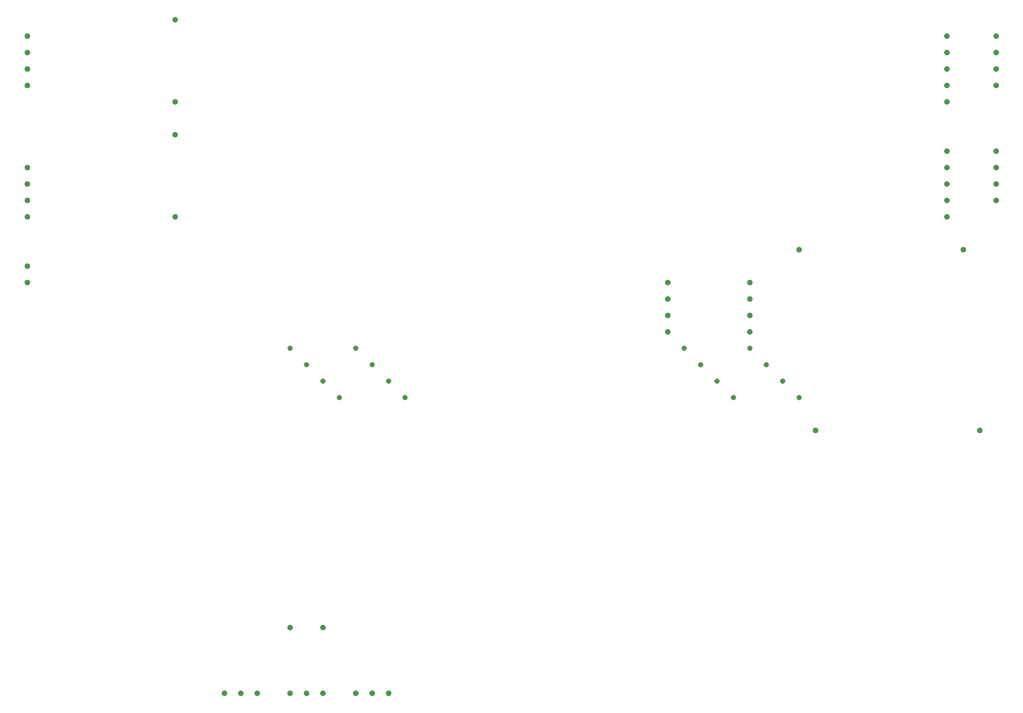
<source format=gbr>
G04 DesignSpark PCB Gerber Version 12.0 Build 5941*
G04 #@! TF.Part,Single*
G04 #@! TF.FilePolarity,Positive*
%FSLAX35Y35*%
%MOIN*%
G04 #@! TA.AperFunction,ComponentDrill*
%ADD17C,0.03200*%
G04 #@! TA.AperFunction,MechanicalDrill*
%ADD16C,0.03500*%
G04 #@! TD.AperFunction*
X0Y0D02*
D02*
D16*
X20250Y270250D03*
Y280250D03*
Y310250D03*
Y320250D03*
Y330250D03*
Y340250D03*
Y390250D03*
Y400250D03*
Y410250D03*
Y420250D03*
X110250Y310250D03*
Y360250D03*
Y380250D03*
Y430250D03*
X140250Y20250D03*
X150250D03*
X160250D03*
X180250D03*
Y60250D03*
X190250Y20250D03*
X200250D03*
Y60250D03*
X220250Y20250D03*
X230250D03*
X240250D03*
X410250Y240250D03*
Y250250D03*
Y260250D03*
Y270250D03*
X460250Y240250D03*
Y250250D03*
Y260250D03*
Y270250D03*
X490250Y290250D03*
X500250Y180250D03*
X580250Y310250D03*
Y320250D03*
Y330250D03*
Y340250D03*
Y350250D03*
Y380250D03*
Y390250D03*
Y400250D03*
Y410250D03*
Y420250D03*
X590250Y290250D03*
X600250Y180250D03*
X610250Y320250D03*
Y330250D03*
Y340250D03*
Y350250D03*
Y390250D03*
Y400250D03*
Y410250D03*
Y420250D03*
D02*
D17*
X180250Y230250D03*
X190250Y220250D03*
X200250Y210250D03*
X210250Y200250D03*
X220250Y230250D03*
X230250Y220250D03*
X240250Y210250D03*
X250250Y200250D03*
X420250Y230250D03*
X430250Y220250D03*
X440250Y210250D03*
X450250Y200250D03*
X460250Y230250D03*
X470250Y220250D03*
X480250Y210250D03*
X490250Y200250D03*
X0Y0D02*
M02*

</source>
